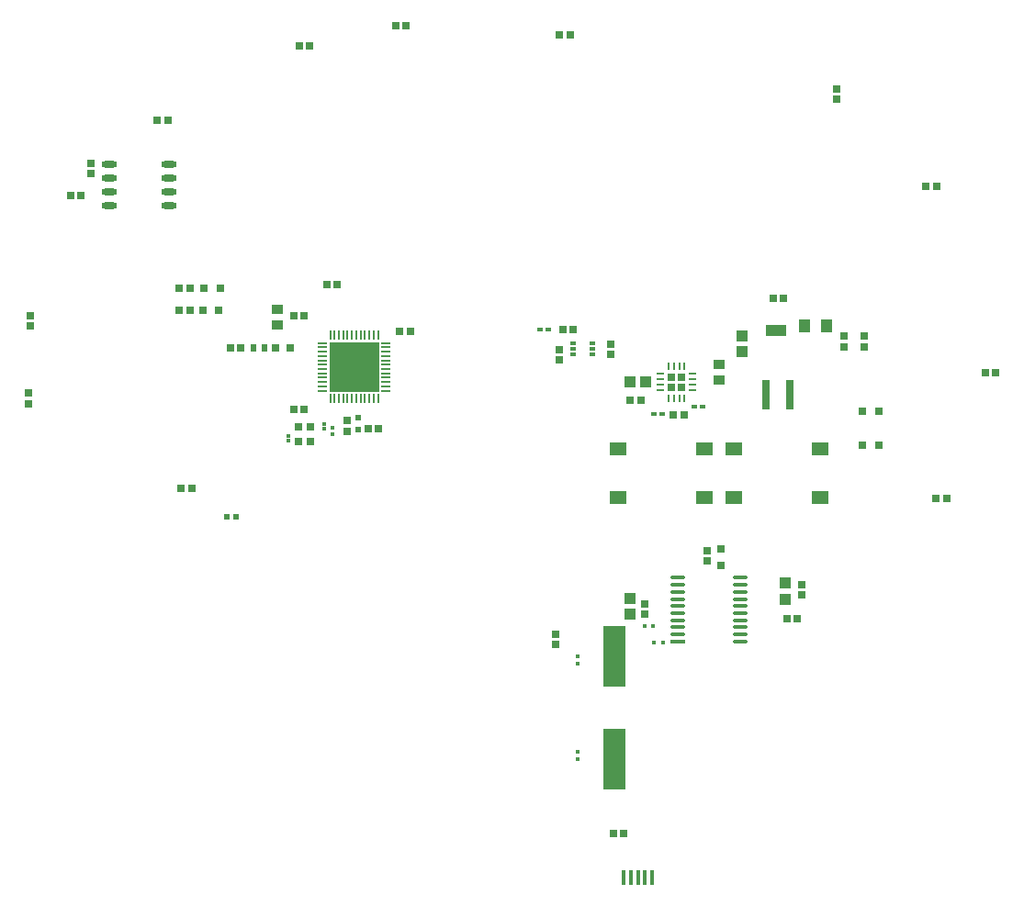
<source format=gbp>
G04 Layer_Color=16770453*
%FSLAX25Y25*%
%MOIN*%
G70*
G01*
G75*
%ADD10R,0.06102X0.05118*%
%ADD55R,0.02756X0.02559*%
%ADD56R,0.01969X0.01476*%
%ADD57R,0.03150X0.03150*%
%ADD58R,0.03150X0.03150*%
%ADD59R,0.02913X0.03071*%
G04:AMPARAMS|DCode=60|XSize=29.53mil|YSize=27.56mil|CornerRadius=2.76mil|HoleSize=0mil|Usage=FLASHONLY|Rotation=270.000|XOffset=0mil|YOffset=0mil|HoleType=Round|Shape=RoundedRectangle|*
%AMROUNDEDRECTD60*
21,1,0.02953,0.02205,0,0,270.0*
21,1,0.02402,0.02756,0,0,270.0*
1,1,0.00551,-0.01102,-0.01201*
1,1,0.00551,-0.01102,0.01201*
1,1,0.00551,0.01102,0.01201*
1,1,0.00551,0.01102,-0.01201*
%
%ADD60ROUNDEDRECTD60*%
%ADD61R,0.03071X0.02913*%
%ADD63R,0.01575X0.05315*%
%ADD64R,0.03150X0.10630*%
%ADD65R,0.02165X0.02165*%
%ADD66R,0.02559X0.02756*%
%ADD67R,0.02992X0.02835*%
%ADD68R,0.02835X0.02992*%
%ADD69R,0.01654X0.01811*%
%ADD70R,0.04134X0.03740*%
%ADD71R,0.02559X0.02756*%
%ADD72R,0.02284X0.03071*%
%ADD73R,0.18110X0.18110*%
%ADD74O,0.03740X0.00787*%
%ADD75O,0.00787X0.03740*%
%ADD76R,0.01575X0.01181*%
%ADD77O,0.05709X0.02362*%
%ADD78R,0.03937X0.04921*%
%ADD79R,0.03937X0.04134*%
%ADD82R,0.01969X0.01772*%
%ADD83R,0.04134X0.03937*%
%ADD84R,0.02559X0.02559*%
%ADD88R,0.01772X0.01772*%
%ADD89R,0.05315X0.01575*%
%ADD90O,0.05315X0.01575*%
%ADD91R,0.08268X0.22047*%
%ADD180R,0.02756X0.02756*%
%ADD181R,0.02756X0.02756*%
%ADD182R,0.07480X0.04331*%
%ADD183O,0.00118X0.02953*%
%ADD184O,0.00906X0.03150*%
%ADD185O,0.03150X0.00906*%
D10*
X575150Y226358D02*
D03*
X543850D02*
D03*
X575150Y208642D02*
D03*
X543850D02*
D03*
X533150Y226358D02*
D03*
X501850D02*
D03*
X533150Y208642D02*
D03*
X501850D02*
D03*
D55*
X480500Y258630D02*
D03*
Y262370D02*
D03*
X499000Y260630D02*
D03*
Y264370D02*
D03*
X591200Y267070D02*
D03*
Y263330D02*
D03*
X583700Y267070D02*
D03*
Y263330D02*
D03*
X534000Y185630D02*
D03*
Y189370D02*
D03*
D56*
X485653Y260531D02*
D03*
Y262500D02*
D03*
Y264469D02*
D03*
X492346D02*
D03*
Y262500D02*
D03*
Y260531D02*
D03*
D57*
X590547Y227500D02*
D03*
X596453D02*
D03*
X351547Y284500D02*
D03*
X357453D02*
D03*
X351047Y276500D02*
D03*
X356953D02*
D03*
X590547Y240000D02*
D03*
X596453D02*
D03*
D58*
X539000Y183917D02*
D03*
Y189823D02*
D03*
D59*
X581000Y356929D02*
D03*
Y353071D02*
D03*
X287800Y242571D02*
D03*
Y246429D02*
D03*
X288600Y274629D02*
D03*
Y270771D02*
D03*
X479000Y155071D02*
D03*
Y158929D02*
D03*
X310500Y329929D02*
D03*
Y326071D02*
D03*
X511500Y166071D02*
D03*
Y169929D02*
D03*
X568500Y173071D02*
D03*
Y176929D02*
D03*
D60*
X390165Y228823D02*
D03*
Y234177D02*
D03*
X385835Y228823D02*
D03*
Y234177D02*
D03*
D61*
X503929Y86500D02*
D03*
X500071D02*
D03*
X638929Y254000D02*
D03*
X635071D02*
D03*
X621029Y208200D02*
D03*
X617171D02*
D03*
X343171Y211800D02*
D03*
X347029D02*
D03*
X306929Y318200D02*
D03*
X303071D02*
D03*
X334571Y345500D02*
D03*
X338429D02*
D03*
X389929Y372500D02*
D03*
X386071D02*
D03*
X421071Y380000D02*
D03*
X424929D02*
D03*
X480571Y376500D02*
D03*
X484429D02*
D03*
X566929Y164500D02*
D03*
X563071D02*
D03*
X617429Y321500D02*
D03*
X613571D02*
D03*
X426429Y269000D02*
D03*
X422571D02*
D03*
X384071Y274500D02*
D03*
X387929D02*
D03*
X361071Y263000D02*
D03*
X364929D02*
D03*
X384071Y240500D02*
D03*
X387929D02*
D03*
X558021Y280743D02*
D03*
X561879D02*
D03*
X399929Y286000D02*
D03*
X396071D02*
D03*
X521965Y238684D02*
D03*
X525824D02*
D03*
D63*
X509058Y70704D02*
D03*
X511617D02*
D03*
X503940D02*
D03*
X506499D02*
D03*
X514176D02*
D03*
D64*
X564131Y246000D02*
D03*
X555469D02*
D03*
D65*
X359728Y201500D02*
D03*
X363272D02*
D03*
X407500Y233335D02*
D03*
Y237665D02*
D03*
D66*
X346370Y284500D02*
D03*
X342630D02*
D03*
X346370Y276500D02*
D03*
X342630D02*
D03*
X485434Y269564D02*
D03*
X481694D02*
D03*
D67*
X411071Y233500D02*
D03*
X414929D02*
D03*
D68*
X403500Y236429D02*
D03*
Y232571D02*
D03*
D69*
X398000Y231402D02*
D03*
Y234000D02*
D03*
X487000Y150799D02*
D03*
Y148201D02*
D03*
X487100Y116099D02*
D03*
Y113501D02*
D03*
D70*
X378000Y276854D02*
D03*
Y271146D02*
D03*
X538500Y256854D02*
D03*
Y251146D02*
D03*
D71*
X382875Y263036D02*
D03*
X377560D02*
D03*
D72*
X373358Y263000D02*
D03*
X369500D02*
D03*
D73*
X406000Y256000D02*
D03*
D74*
X394386Y264661D02*
D03*
Y263087D02*
D03*
Y261512D02*
D03*
Y259937D02*
D03*
Y258362D02*
D03*
Y256787D02*
D03*
Y255213D02*
D03*
Y253638D02*
D03*
Y252063D02*
D03*
Y250488D02*
D03*
Y248913D02*
D03*
Y247339D02*
D03*
X417614D02*
D03*
Y248913D02*
D03*
Y250488D02*
D03*
Y252063D02*
D03*
Y253638D02*
D03*
Y255213D02*
D03*
Y256787D02*
D03*
Y258362D02*
D03*
Y259937D02*
D03*
Y261512D02*
D03*
Y263087D02*
D03*
Y264661D02*
D03*
D75*
X397339Y244386D02*
D03*
X398913D02*
D03*
X400488D02*
D03*
X402063D02*
D03*
X403638D02*
D03*
X405213D02*
D03*
X406787D02*
D03*
X408362D02*
D03*
X409937D02*
D03*
X411512D02*
D03*
X413087D02*
D03*
X414661D02*
D03*
Y267614D02*
D03*
X413087D02*
D03*
X411512D02*
D03*
X409937D02*
D03*
X408362D02*
D03*
X406787D02*
D03*
X405213D02*
D03*
X403638D02*
D03*
X402063D02*
D03*
X400488D02*
D03*
X398913D02*
D03*
X397339D02*
D03*
D76*
X382000Y229175D02*
D03*
Y230825D02*
D03*
X395000Y233675D02*
D03*
Y235325D02*
D03*
D77*
X338728Y329500D02*
D03*
Y324500D02*
D03*
Y319500D02*
D03*
Y314500D02*
D03*
X317272Y329500D02*
D03*
Y324500D02*
D03*
Y319500D02*
D03*
Y314500D02*
D03*
D78*
X569463Y271000D02*
D03*
X577337D02*
D03*
D79*
X546676Y267295D02*
D03*
Y261390D02*
D03*
X506000Y166047D02*
D03*
Y171953D02*
D03*
X562500Y171547D02*
D03*
Y177453D02*
D03*
D82*
X473588Y269564D02*
D03*
X476541D02*
D03*
X517795Y238740D02*
D03*
X514843D02*
D03*
X532476Y241500D02*
D03*
X529524D02*
D03*
D83*
X511953Y250500D02*
D03*
X506047D02*
D03*
D84*
X506106Y243967D02*
D03*
X510042D02*
D03*
D88*
X511425Y162000D02*
D03*
X514575D02*
D03*
X514925Y156000D02*
D03*
X518075D02*
D03*
D89*
X523431Y156346D02*
D03*
D90*
Y158905D02*
D03*
Y161464D02*
D03*
Y164023D02*
D03*
Y166582D02*
D03*
Y169141D02*
D03*
Y171700D02*
D03*
Y174259D02*
D03*
Y176818D02*
D03*
Y179377D02*
D03*
X546069Y156346D02*
D03*
Y158905D02*
D03*
Y161464D02*
D03*
Y164023D02*
D03*
Y166582D02*
D03*
Y169141D02*
D03*
Y171700D02*
D03*
Y174259D02*
D03*
Y176818D02*
D03*
Y179377D02*
D03*
D91*
X500335Y113532D02*
D03*
Y150934D02*
D03*
D180*
X524803Y248697D02*
D03*
X521260Y252240D02*
D03*
D181*
X524803Y252240D02*
D03*
X521260Y248697D02*
D03*
D182*
X559122Y269248D02*
D03*
D183*
X563059Y274563D02*
D03*
X561090D02*
D03*
X559122D02*
D03*
X557153D02*
D03*
X555185D02*
D03*
Y263933D02*
D03*
X557153D02*
D03*
X559122D02*
D03*
X561090D02*
D03*
X563059D02*
D03*
D184*
X520079Y244661D02*
D03*
X522047D02*
D03*
X524016D02*
D03*
X525984D02*
D03*
Y256276D02*
D03*
X524016D02*
D03*
X522047D02*
D03*
X520079D02*
D03*
D185*
X528839Y247516D02*
D03*
Y249484D02*
D03*
Y251453D02*
D03*
Y253421D02*
D03*
X517224D02*
D03*
Y251453D02*
D03*
Y249484D02*
D03*
Y247516D02*
D03*
M02*

</source>
